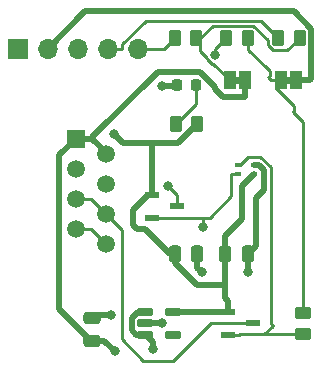
<source format=gbr>
%TF.GenerationSoftware,KiCad,Pcbnew,7.0.9*%
%TF.CreationDate,2024-04-09T01:08:52-04:00*%
%TF.ProjectId,WIRED_SHT40_revA3,57495245-445f-4534-9854-34305f726576,revA3*%
%TF.SameCoordinates,Original*%
%TF.FileFunction,Copper,L1,Top*%
%TF.FilePolarity,Positive*%
%FSLAX46Y46*%
G04 Gerber Fmt 4.6, Leading zero omitted, Abs format (unit mm)*
G04 Created by KiCad (PCBNEW 7.0.9) date 2024-04-09 01:08:52*
%MOMM*%
%LPD*%
G01*
G04 APERTURE LIST*
G04 Aperture macros list*
%AMRoundRect*
0 Rectangle with rounded corners*
0 $1 Rounding radius*
0 $2 $3 $4 $5 $6 $7 $8 $9 X,Y pos of 4 corners*
0 Add a 4 corners polygon primitive as box body*
4,1,4,$2,$3,$4,$5,$6,$7,$8,$9,$2,$3,0*
0 Add four circle primitives for the rounded corners*
1,1,$1+$1,$2,$3*
1,1,$1+$1,$4,$5*
1,1,$1+$1,$6,$7*
1,1,$1+$1,$8,$9*
0 Add four rect primitives between the rounded corners*
20,1,$1+$1,$2,$3,$4,$5,0*
20,1,$1+$1,$4,$5,$6,$7,0*
20,1,$1+$1,$6,$7,$8,$9,0*
20,1,$1+$1,$8,$9,$2,$3,0*%
G04 Aperture macros list end*
%TA.AperFunction,SMDPad,CuDef*%
%ADD10RoundRect,0.250000X-0.250000X-0.475000X0.250000X-0.475000X0.250000X0.475000X-0.250000X0.475000X0*%
%TD*%
%TA.AperFunction,SMDPad,CuDef*%
%ADD11R,1.000000X1.500000*%
%TD*%
%TA.AperFunction,SMDPad,CuDef*%
%ADD12RoundRect,0.250000X-0.262500X-0.450000X0.262500X-0.450000X0.262500X0.450000X-0.262500X0.450000X0*%
%TD*%
%TA.AperFunction,ComponentPad*%
%ADD13R,1.700000X1.700000*%
%TD*%
%TA.AperFunction,ComponentPad*%
%ADD14O,1.700000X1.700000*%
%TD*%
%TA.AperFunction,SMDPad,CuDef*%
%ADD15RoundRect,0.250000X0.475000X-0.250000X0.475000X0.250000X-0.475000X0.250000X-0.475000X-0.250000X0*%
%TD*%
%TA.AperFunction,SMDPad,CuDef*%
%ADD16R,1.300000X0.600000*%
%TD*%
%TA.AperFunction,SMDPad,CuDef*%
%ADD17RoundRect,0.250000X0.450000X-0.262500X0.450000X0.262500X-0.450000X0.262500X-0.450000X-0.262500X0*%
%TD*%
%TA.AperFunction,ComponentPad*%
%ADD18R,1.500000X1.500000*%
%TD*%
%TA.AperFunction,ComponentPad*%
%ADD19C,1.500000*%
%TD*%
%TA.AperFunction,SMDPad,CuDef*%
%ADD20RoundRect,0.218750X-0.218750X-0.256250X0.218750X-0.256250X0.218750X0.256250X-0.218750X0.256250X0*%
%TD*%
%TA.AperFunction,SMDPad,CuDef*%
%ADD21RoundRect,0.060000X-0.615000X0.240000X-0.615000X-0.240000X0.615000X-0.240000X0.615000X0.240000X0*%
%TD*%
%TA.AperFunction,SMDPad,CuDef*%
%ADD22R,0.500000X0.300000*%
%TD*%
%TA.AperFunction,ViaPad*%
%ADD23C,0.800000*%
%TD*%
%TA.AperFunction,Conductor*%
%ADD24C,0.500000*%
%TD*%
%TA.AperFunction,Conductor*%
%ADD25C,0.250000*%
%TD*%
G04 APERTURE END LIST*
%TA.AperFunction,EtchedComponent*%
%TO.C,JP3*%
G36*
X157588000Y-87168000D02*
G01*
X157088000Y-87168000D01*
X157088000Y-86568000D01*
X157588000Y-86568000D01*
X157588000Y-87168000D01*
G37*
%TD.AperFunction*%
%TA.AperFunction,EtchedComponent*%
%TO.C,JP2*%
G36*
X153238000Y-87168000D02*
G01*
X152738000Y-87168000D01*
X152738000Y-86568000D01*
X153238000Y-86568000D01*
X153238000Y-87168000D01*
G37*
%TD.AperFunction*%
%TD*%
D10*
%TO.P,C3,1*%
%TO.N,+3V3*%
X151958000Y-101600000D03*
%TO.P,C3,2*%
%TO.N,GND*%
X153858000Y-101600000D03*
%TD*%
D11*
%TO.P,JP3,1,A*%
%TO.N,Net-(JP3-A)*%
X156688000Y-86868000D03*
%TO.P,JP3,2,B*%
%TO.N,+3V3*%
X157988000Y-86868000D03*
%TD*%
D12*
%TO.P,R3,1*%
%TO.N,/SDA*%
X147677500Y-83312000D03*
%TO.P,R3,2*%
%TO.N,Net-(JP2-A)*%
X149502500Y-83312000D03*
%TD*%
D13*
%TO.P,J2,1,Pin_1*%
%TO.N,+5V*%
X134385000Y-84193900D03*
D14*
%TO.P,J2,2,Pin_2*%
%TO.N,+3V3*%
X136925000Y-84193900D03*
%TO.P,J2,3,Pin_3*%
%TO.N,GND*%
X139465000Y-84193900D03*
%TO.P,J2,4,Pin_4*%
%TO.N,/SCL*%
X142005000Y-84193900D03*
%TO.P,J2,5,Pin_5*%
%TO.N,/SDA*%
X144545000Y-84193900D03*
%TD*%
D12*
%TO.P,R1,1*%
%TO.N,Net-(D1-A)*%
X147775000Y-90600000D03*
%TO.P,R1,2*%
%TO.N,+3V3*%
X149600000Y-90600000D03*
%TD*%
D15*
%TO.P,C1,1*%
%TO.N,+5V*%
X140716000Y-108900000D03*
%TO.P,C1,2*%
%TO.N,GND*%
X140716000Y-107000000D03*
%TD*%
D16*
%TO.P,Q1,1,G*%
%TO.N,+3V3*%
X145762000Y-96586000D03*
%TO.P,Q1,2,S*%
%TO.N,/SCL_3V*%
X145762000Y-98486000D03*
%TO.P,Q1,3,D*%
%TO.N,/SCL*%
X147862000Y-97536000D03*
%TD*%
D17*
%TO.P,R5,1*%
%TO.N,/SDA_3V*%
X158562000Y-108354500D03*
%TO.P,R5,2*%
%TO.N,Net-(JP3-A)*%
X158562000Y-106529500D03*
%TD*%
D18*
%TO.P,J1,1*%
%TO.N,+5V*%
X139302700Y-91800000D03*
D19*
%TO.P,J1,2*%
X141842700Y-93070000D03*
%TO.P,J1,3*%
%TO.N,GND*%
X139302700Y-94340000D03*
%TO.P,J1,4*%
X141842700Y-95610000D03*
%TO.P,J1,5*%
%TO.N,/SDA*%
X139302700Y-96880000D03*
%TO.P,J1,6*%
X141842700Y-98150000D03*
%TO.P,J1,7*%
%TO.N,/SCL*%
X139302700Y-99420000D03*
%TO.P,J1,8*%
X141842700Y-100690000D03*
%TD*%
D12*
%TO.P,R4,1*%
%TO.N,/SCL_3V*%
X152041500Y-83312000D03*
%TO.P,R4,2*%
%TO.N,Net-(JP3-A)*%
X153866500Y-83312000D03*
%TD*%
D10*
%TO.P,C2,1*%
%TO.N,+3V3*%
X147706000Y-101600000D03*
%TO.P,C2,2*%
%TO.N,GND*%
X149606000Y-101600000D03*
%TD*%
D20*
%TO.P,D1,1,K*%
%TO.N,GND*%
X147900000Y-87298000D03*
%TO.P,D1,2,A*%
%TO.N,Net-(D1-A)*%
X149475000Y-87298000D03*
%TD*%
D12*
%TO.P,R2,1*%
%TO.N,/SCL*%
X156450200Y-83245600D03*
%TO.P,R2,2*%
%TO.N,Net-(JP2-A)*%
X158275200Y-83245600D03*
%TD*%
D21*
%TO.P,U1,1,VIN*%
%TO.N,+5V*%
X145185000Y-106492000D03*
%TO.P,U1,2,GND*%
%TO.N,GND*%
X145185000Y-107442000D03*
%TO.P,U1,3,EN*%
%TO.N,+5V*%
X145185000Y-108392000D03*
%TO.P,U1,4*%
%TO.N,N/C*%
X147555000Y-108392000D03*
%TO.P,U1,5,VOUT*%
%TO.N,+3V3*%
X147555000Y-106492000D03*
%TD*%
D11*
%TO.P,JP2,1,A*%
%TO.N,Net-(JP2-A)*%
X152338000Y-86868000D03*
%TO.P,JP2,2,B*%
%TO.N,+5V*%
X153638000Y-86868000D03*
%TD*%
D22*
%TO.P,U2,1,SDA*%
%TO.N,/SDA_3V*%
X153004000Y-94021900D03*
%TO.P,U2,2,SCL*%
%TO.N,/SCL_3V*%
X153004000Y-94821900D03*
%TO.P,U2,3,VDD*%
%TO.N,+3V3*%
X154404000Y-94821900D03*
%TO.P,U2,4,VSS*%
%TO.N,GND*%
X154404000Y-94021900D03*
%TD*%
D16*
%TO.P,Q2,1,G*%
%TO.N,+3V3*%
X152178000Y-106492000D03*
%TO.P,Q2,2,S*%
%TO.N,/SDA_3V*%
X152178000Y-108392000D03*
%TO.P,Q2,3,D*%
%TO.N,/SDA*%
X154278000Y-107442000D03*
%TD*%
D23*
%TO.N,+5V*%
X145800000Y-109600000D03*
X142600000Y-109800000D03*
%TO.N,GND*%
X149999900Y-103127600D03*
X146600000Y-107400000D03*
X146604900Y-87365700D03*
X153858000Y-103128000D03*
X142311900Y-106700000D03*
%TO.N,/SCL_3V*%
X151130800Y-84756000D03*
X150110000Y-99287000D03*
%TO.N,/SCL*%
X147102600Y-95822900D03*
%TO.N,+3V3*%
X142508800Y-91449200D03*
%TD*%
D24*
%TO.N,+5V*%
X139302700Y-91800000D02*
X137882900Y-93219800D01*
X141842600Y-92939800D02*
X140702800Y-91800000D01*
X137882900Y-93219800D02*
X137882900Y-106229600D01*
X137882900Y-106229600D02*
X140553300Y-108900000D01*
X139901000Y-91800000D02*
X140702800Y-91800000D01*
X140553300Y-108900000D02*
X140716000Y-108900000D01*
X153638000Y-88268100D02*
X151778700Y-88268100D01*
X151068900Y-87558300D02*
X151068900Y-87410300D01*
X140716000Y-108900000D02*
X141700000Y-108900000D01*
X145800000Y-109007000D02*
X145185000Y-108392000D01*
X151778700Y-88268100D02*
X151068900Y-87558300D01*
X145800000Y-109600000D02*
X145800000Y-109007000D01*
X151068900Y-87410300D02*
X149781700Y-86123100D01*
X141842700Y-93070000D02*
X141842700Y-92939800D01*
X149781700Y-86123100D02*
X146283400Y-86123100D01*
X145185000Y-106492000D02*
X144558751Y-106492000D01*
X141700000Y-108900000D02*
X142600000Y-109800000D01*
X141842700Y-92939800D02*
X141842600Y-92939800D01*
X144042736Y-108042736D02*
X144400000Y-108400000D01*
X144042736Y-107008015D02*
X144042736Y-108042736D01*
X153638000Y-86868000D02*
X153638000Y-88268100D01*
X146283400Y-86123100D02*
X140702800Y-91703700D01*
X144558751Y-106492000D02*
X144042736Y-107008015D01*
X139901000Y-91800000D02*
X139302700Y-91800000D01*
X140702800Y-91703700D02*
X140702800Y-91800000D01*
%TO.N,GND*%
X145185000Y-107442000D02*
X146558000Y-107442000D01*
X149606000Y-102733700D02*
X149606000Y-101600000D01*
X154600000Y-96800000D02*
X154600000Y-100858000D01*
X147832300Y-87365700D02*
X147900000Y-87298000D01*
X140716000Y-107000000D02*
X141016000Y-106700000D01*
X155240000Y-94469072D02*
X155240000Y-96160000D01*
X154600000Y-100858000D02*
X153858000Y-101600000D01*
X141016000Y-106700000D02*
X142311900Y-106700000D01*
X154404000Y-94021900D02*
X154792828Y-94021900D01*
X155240000Y-96160000D02*
X154600000Y-96800000D01*
X146604900Y-87365700D02*
X147832300Y-87365700D01*
X146558000Y-107442000D02*
X146600000Y-107400000D01*
X149999900Y-103127600D02*
X149606000Y-102733700D01*
X154792828Y-94021900D02*
X155240000Y-94469072D01*
X153858000Y-103128000D02*
X153858000Y-101600000D01*
D25*
%TO.N,Net-(D1-A)*%
X149475000Y-87298000D02*
X149475000Y-88900000D01*
X149475000Y-88900000D02*
X147775000Y-90600000D01*
%TO.N,/SCL_3V*%
X153004000Y-94821900D02*
X152428700Y-94821900D01*
X151130800Y-84222700D02*
X151130800Y-84756000D01*
X150110000Y-99287000D02*
X150110000Y-98486000D01*
X152428700Y-96697700D02*
X152428700Y-94821900D01*
X145762000Y-98486000D02*
X150110000Y-98486000D01*
X150110000Y-98486000D02*
X150640400Y-98486000D01*
X152041500Y-83312000D02*
X151130800Y-84222700D01*
X150640400Y-98486000D02*
X152428700Y-96697700D01*
%TO.N,/SCL*%
X145205700Y-81801200D02*
X143180300Y-83826600D01*
X155005800Y-81801200D02*
X145205700Y-81801200D01*
X147862000Y-96582300D02*
X147102600Y-95822900D01*
X140572700Y-99420000D02*
X139302700Y-99420000D01*
X143180300Y-83826600D02*
X143180300Y-84193900D01*
X156450200Y-83245600D02*
X155005800Y-81801200D01*
X142005000Y-84193900D02*
X143180300Y-84193900D01*
X141842700Y-100690000D02*
X140572700Y-99420000D01*
X147862000Y-97536000D02*
X147862000Y-96582300D01*
%TO.N,/SDA*%
X143200000Y-108800000D02*
X143200000Y-99507300D01*
X139302700Y-96880000D02*
X140572700Y-96880000D01*
X144545000Y-84193900D02*
X146795600Y-84193900D01*
X140572700Y-96880000D02*
X141842700Y-98150000D01*
X147564800Y-110600000D02*
X145000000Y-110600000D01*
X154278000Y-107442000D02*
X150722800Y-107442000D01*
X146795600Y-84193900D02*
X147677500Y-83312000D01*
X145000000Y-110600000D02*
X143200000Y-108800000D01*
X150722800Y-107442000D02*
X147564800Y-110600000D01*
X143200000Y-99507300D02*
X141842700Y-98150000D01*
%TO.N,/SDA_3V*%
X153898000Y-93346700D02*
X153222800Y-94021900D01*
X152178000Y-108392000D02*
X153153300Y-108392000D01*
X155269500Y-108354500D02*
X153190800Y-108354500D01*
X153190800Y-108354500D02*
X153153300Y-108392000D01*
X158562000Y-108354500D02*
X155269500Y-108354500D01*
X155815000Y-94230900D02*
X154930800Y-93346700D01*
X155269500Y-108354500D02*
X156000000Y-107624000D01*
X155815000Y-107439000D02*
X155815000Y-94230900D01*
X154930800Y-93346700D02*
X153898000Y-93346700D01*
X153222800Y-94021900D02*
X153004000Y-94021900D01*
X156000000Y-107624000D02*
X155815000Y-107439000D01*
D24*
%TO.N,+3V3*%
X159241400Y-82506200D02*
X157761300Y-81026100D01*
X154378100Y-94821900D02*
X154404000Y-94821900D01*
X151958000Y-104213300D02*
X151958000Y-101600000D01*
X152178000Y-105541900D02*
X151958000Y-105321900D01*
X153400000Y-98568000D02*
X151958000Y-100010000D01*
X145412000Y-96586000D02*
X145762000Y-96586000D01*
X151958000Y-105321900D02*
X151958000Y-104213300D01*
X157761300Y-81026100D02*
X140092800Y-81026100D01*
X152178000Y-106492000D02*
X152178000Y-106323000D01*
X147706000Y-102323900D02*
X147706000Y-101600000D01*
X145762000Y-96586000D02*
X145762000Y-95635900D01*
X151958000Y-104213300D02*
X149595400Y-104213300D01*
X153400000Y-95800000D02*
X153400000Y-98568000D01*
X152178000Y-106323000D02*
X152009000Y-106492000D01*
X145125100Y-99436000D02*
X144462000Y-99436000D01*
X159138100Y-86868000D02*
X159241400Y-86764700D01*
X144462000Y-99436000D02*
X144137300Y-99111300D01*
X149595400Y-104213300D02*
X147706000Y-102323900D01*
X144137300Y-97860700D02*
X145412000Y-96586000D01*
X157988000Y-86868000D02*
X159138100Y-86868000D01*
X140092800Y-81026100D02*
X136925000Y-84193900D01*
X143264800Y-92205200D02*
X145762000Y-92205200D01*
X153400000Y-95800000D02*
X154378100Y-94821900D01*
X159241400Y-86764700D02*
X159241400Y-82506200D01*
X151958000Y-100010000D02*
X151958000Y-101600000D01*
X145762000Y-92205200D02*
X147994800Y-92205200D01*
X147994800Y-92205200D02*
X149600000Y-90600000D01*
X145762000Y-92205200D02*
X145762000Y-95635900D01*
X152009000Y-106492000D02*
X147555000Y-106492000D01*
X152178000Y-106323000D02*
X152178000Y-105541900D01*
X142508800Y-91449200D02*
X143264800Y-92205200D01*
X144137300Y-99111300D02*
X144137300Y-97860700D01*
X147706000Y-101600000D02*
X147289100Y-101600000D01*
X147289100Y-101600000D02*
X145125100Y-99436000D01*
D25*
%TO.N,Net-(JP2-A)*%
X150405500Y-84935500D02*
X150405500Y-85056400D01*
X149502500Y-83312000D02*
X149835000Y-83312000D01*
X150405500Y-85056400D02*
X150830400Y-85481300D01*
X154333600Y-82251600D02*
X150895400Y-82251600D01*
X149835000Y-84365000D02*
X150405500Y-84935500D01*
X150895400Y-82251600D02*
X149835000Y-83312000D01*
X150951300Y-85481300D02*
X152338000Y-86868000D01*
X149835000Y-83312000D02*
X149835000Y-84365000D01*
X155539000Y-83457000D02*
X154333600Y-82251600D01*
X155539000Y-83868700D02*
X155539000Y-83457000D01*
X158275200Y-83245600D02*
X157224900Y-84295900D01*
X155966200Y-84295900D02*
X155539000Y-83868700D01*
X157224900Y-84295900D02*
X155966200Y-84295900D01*
X150830400Y-85481300D02*
X150951300Y-85481300D01*
%TO.N,Net-(JP3-A)*%
X157539300Y-88770000D02*
X156329900Y-87560600D01*
X157803100Y-89406900D02*
X157803100Y-89033700D01*
X157671200Y-89538800D02*
X157803100Y-89406900D01*
X156275400Y-87560600D02*
X156275400Y-86868000D01*
X155477700Y-85846100D02*
X153921000Y-84289400D01*
X155477800Y-85846100D02*
X155477700Y-85846100D01*
X156688000Y-86868000D02*
X156275400Y-86868000D01*
X157803100Y-89033700D02*
X157539400Y-88770000D01*
X156329900Y-87560600D02*
X156275400Y-87560600D01*
X155741500Y-86483000D02*
X155741500Y-86109800D01*
X153866500Y-84289400D02*
X153866500Y-83312000D01*
X155741500Y-86109800D02*
X155477800Y-85846100D01*
X155862700Y-86868000D02*
X155609600Y-86614900D01*
X157539400Y-88770000D02*
X157539300Y-88770000D01*
X158562000Y-90429600D02*
X157671200Y-89538800D01*
X153921000Y-84289400D02*
X153866500Y-84289400D01*
X155609600Y-86614900D02*
X155741500Y-86483000D01*
X158562000Y-106529500D02*
X158562000Y-90429600D01*
X156275400Y-86868000D02*
X155862700Y-86868000D01*
%TD*%
M02*

</source>
